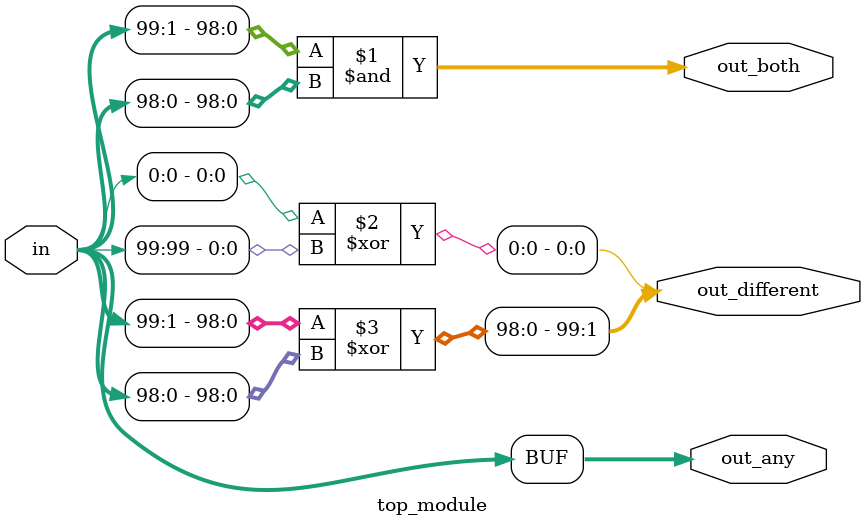
<source format=sv>
module top_module (
    input  [99:0] in,
    output [98:0] out_both,
    output [99:0] out_any,
    output [99:0] out_different
);

    // Perform bitwise AND operation to get out_both
    assign out_both = in[99:1] & in[98:0];

    // Perform bitwise OR operation to get out_any
    assign out_any = in[99:0];

    // Perform bitwise XOR operation to get out_different
    // The first bit is generated by XORing the first bit of in and the last bit of in shifted by 1
    assign out_different[0] = in[0] ^ in[99];
    assign out_different[99:1] = in[99:1] ^ in[98:0];

endmodule

</source>
